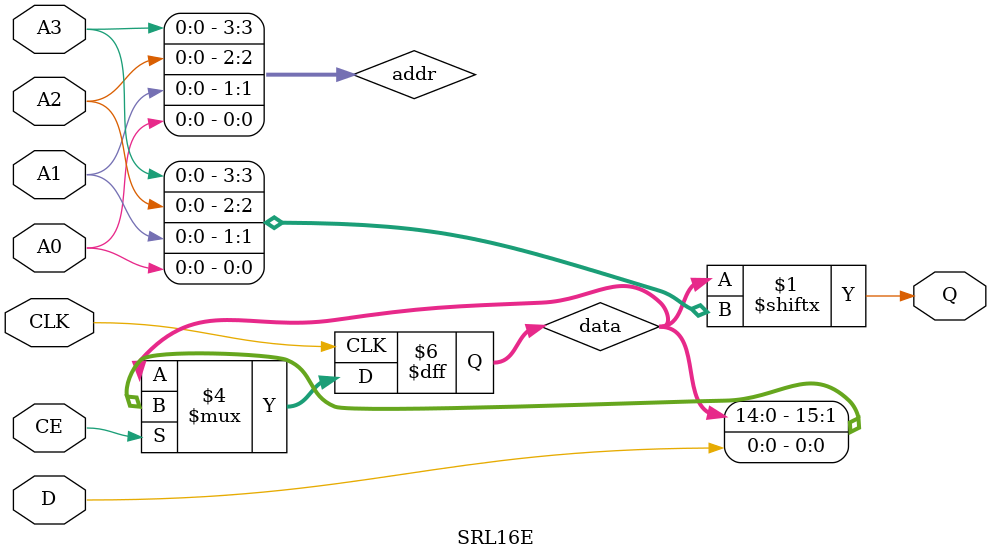
<source format=v>

/*

FUNCTION    : 16 bit Shift Register LUT with Clock Enable

*/

//`celldefine
`timescale  100 ps / 10 ps

module SRL16E (Q, A0, A1, A2, A3, CE, CLK, D);

    parameter INIT = 16'h0000;

    output Q;

    input  A0, A1, A2, A3, CE, CLK, D;

    reg  [5:0]  count;
    reg  [15:0] data;
    wire [3:0]  addr;
    wire    q_int;

    buf b_a3 (addr[3], A3);
    buf b_a2 (addr[2], A2);
    buf b_a1 (addr[1], A1);
    buf b_a0 (addr[0], A0);

    assign Q = data[addr];

// synopsys translate_off
    initial begin
    for (count = 0; count < 16; count = count + 1)
        data[count] <= INIT[count];
    end
// synopsys translate_on

    always @(posedge CLK) begin
    if (CE == 1'b1) begin
        {data[15:0]} <= {data[14:0], D};
    end
    end

endmodule

</source>
